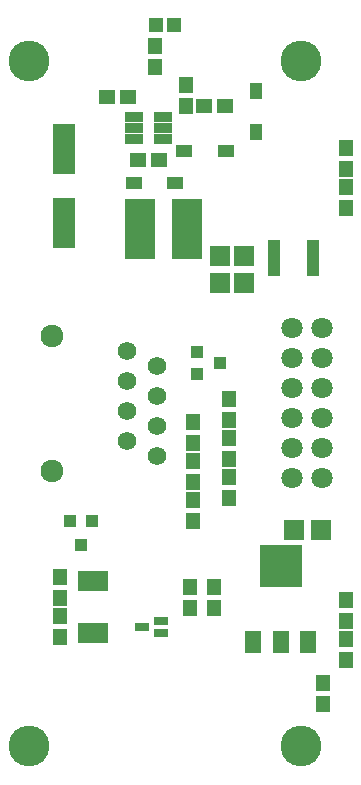
<source format=gbr>
G04 DesignSpark PCB PRO Gerber Version 10.0 Build 5299*
G04 #@! TF.Part,Single*
G04 #@! TF.FileFunction,Soldermask,Top*
G04 #@! TF.FilePolarity,Negative*
%FSLAX36Y36*%
%MOIN*%
G04 #@! TA.AperFunction,SMDPad,CuDef*
%ADD131R,0.02181X0.06512*%
%ADD88R,0.04150X0.05528*%
%ADD136R,0.04465X0.12063*%
%ADD93R,0.04937X0.05291*%
%ADD137R,0.05724X0.07299*%
%ADD86R,0.06500X0.07000*%
%ADD133R,0.07299X0.16748*%
%ADD135R,0.09858X0.19898*%
%ADD138R,0.13992X0.13992*%
%ADD97R,0.04346X0.04346*%
%ADD98R,0.04740X0.04740*%
G04 #@! TA.AperFunction,ComponentPad*
%ADD90C,0.06130*%
%ADD130C,0.07102*%
%ADD91C,0.07594*%
G04 #@! TA.AperFunction,SMDPad,CuDef*
%ADD140R,0.04543X0.02575*%
%ADD132R,0.05921X0.03362*%
%ADD134R,0.05528X0.04150*%
%ADD89R,0.05291X0.04937*%
%ADD139R,0.07000X0.06500*%
G04 #@! TA.AperFunction,WasherPad*
%ADD82C,0.13598*%
G04 #@! TD.AperFunction*
X0Y0D02*
D02*
D82*
X279528Y240157D03*
Y2523622D03*
X1185039Y240157D03*
Y2523622D03*
D02*
D86*
X917323Y1781772D03*
Y1871772D03*
X996063Y1781772D03*
Y1871772D03*
D02*
D88*
X1035433Y2285433D03*
Y2423228D03*
D02*
D89*
X539803Y2401575D03*
X609803D03*
X642165Y2192913D03*
X712165D03*
X862638Y2374016D03*
X932638D03*
D02*
D90*
X606299Y1255118D03*
Y1355118D03*
Y1455118D03*
Y1555118D03*
X706299Y1205118D03*
Y1305118D03*
Y1405118D03*
Y1505118D03*
D02*
D91*
X356299Y1155079D03*
Y1605157D03*
D02*
D93*
X381890Y602795D03*
Y672795D03*
Y732717D03*
Y802717D03*
X700787Y2504370D03*
Y2574370D03*
X803150Y2374449D03*
Y2444449D03*
X814961Y701220D03*
Y771220D03*
X826772Y988622D03*
Y1058622D03*
Y1118543D03*
Y1188543D03*
Y1248465D03*
Y1318465D03*
X897638Y701220D03*
Y771220D03*
X944882Y1067362D03*
Y1137362D03*
Y1197283D03*
Y1267283D03*
Y1327205D03*
Y1397205D03*
X1259843Y378386D03*
Y448386D03*
X1334646Y527992D03*
Y597992D03*
Y657913D03*
Y727913D03*
Y2031929D03*
Y2101929D03*
Y2161850D03*
Y2231850D03*
D02*
D97*
X415354Y988189D03*
X452756Y909449D03*
X490157Y988189D03*
X838583Y1478346D03*
Y1553150D03*
X917323Y1515748D03*
D02*
D98*
X702756Y2641732D03*
X761811D03*
D02*
D130*
X1155906Y1131890D03*
Y1231890D03*
Y1331890D03*
Y1431890D03*
Y1531890D03*
Y1631890D03*
X1255906Y1131890D03*
Y1231890D03*
Y1331890D03*
Y1431890D03*
Y1531890D03*
Y1631890D03*
D02*
D131*
X452756Y618110D03*
Y791339D03*
X472441Y618110D03*
Y791339D03*
X492126Y618110D03*
Y791339D03*
X511811Y618110D03*
Y791339D03*
X531496Y618110D03*
Y791339D03*
D02*
D132*
X627953Y2261811D03*
Y2299213D03*
Y2336614D03*
X726378Y2261811D03*
Y2299213D03*
Y2336614D03*
D02*
D133*
X397638Y1984252D03*
Y2228346D03*
D02*
D134*
X627953Y2118110D03*
X765748D03*
X797244Y2224409D03*
X935039D03*
D02*
D135*
X649606Y1964567D03*
X807087D03*
D02*
D136*
X1097047Y1866142D03*
X1225787D03*
D02*
D137*
X1027724Y586835D03*
X1118276D03*
X1208827D03*
D02*
D138*
X1118276Y838803D03*
D02*
D139*
X1163661Y960630D03*
X1253661D03*
D02*
D140*
X657480Y637795D03*
X720472Y618110D03*
Y657480D03*
X0Y0D02*
M02*

</source>
